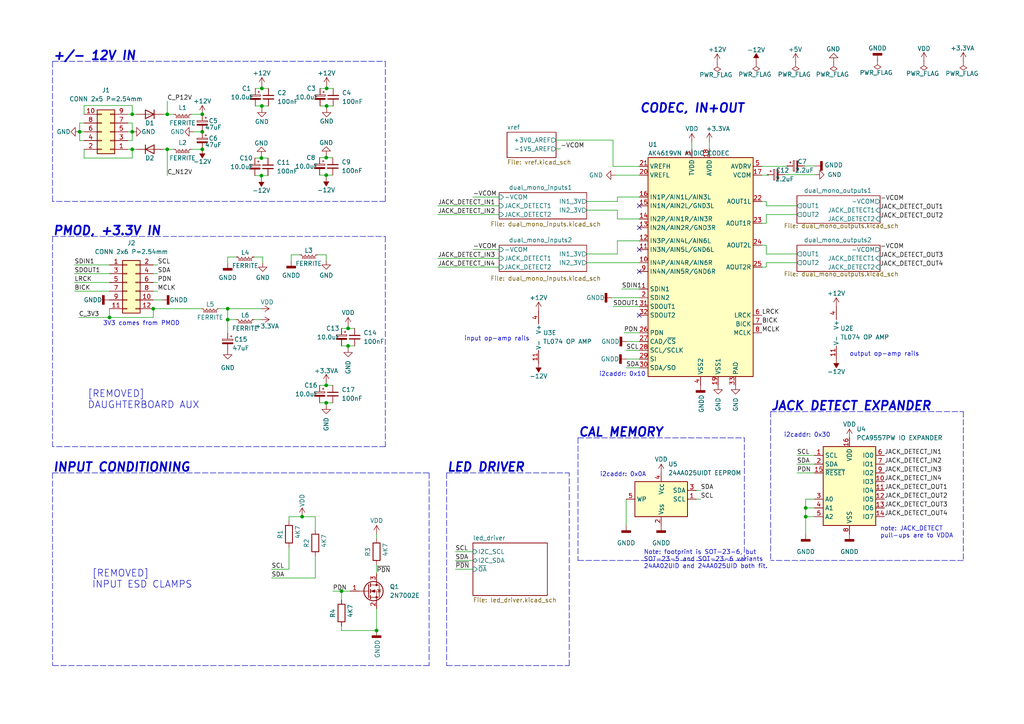
<source format=kicad_sch>
(kicad_sch (version 20211123) (generator eeschema)
  (paper "A4")
  (junction (at 58.674 33.147))
  (junction (at 109.22 182.88))
  (junction (at 100.965 100.33))
  (junction (at 75.946 30.734))
  (junction (at 75.946 25.654))
  (junction (at 48.514 43.307))
  (junction (at 23.114 38.227))
  (junction (at 58.674 43.307))
  (junction (at 100.965 95.25))
  (junction (at 233.68 149.86))
  (junction (at 31.75 92.075))
  (junction (at 38.354 43.307))
  (junction (at 75.819 50.927))
  (junction (at 233.68 147.32))
  (junction (at 99.06 171.45))
  (junction (at 87.63 149.86))
  (junction (at 94.615 50.8))
  (junction (at 94.742 30.734))
  (junction (at 38.354 33.147))
  (junction (at 94.615 111.76))
  (junction (at 94.615 45.72))
  (junction (at 38.354 38.227))
  (junction (at 66.04 92.71))
  (junction (at 75.819 45.847))
  (junction (at 44.45 89.535))
  (junction (at 94.615 116.84))
  (junction (at 66.04 89.535))
  (junction (at 48.514 33.147))
  (junction (at 94.742 25.654))
  (junction (at 58.674 38.227))
  (no_connect (at 185.42 72.39))
  (no_connect (at 185.42 78.74))
  (no_connect (at 185.42 59.69))
  (no_connect (at 185.42 66.04))
  (no_connect (at 185.42 91.44))
  (wire (pts (xy 48.514 43.307) (xy 50.419 43.307)))
  (polyline (pts (xy 111.76 129.54) (xy 15.24 129.54)))
  (wire (pts (xy 83.82 151.13) (xy 83.82 149.86)))
  (wire (pts (xy 66.04 89.535) (xy 75.565 89.535)))
  (wire (pts (xy 38.354 30.607) (xy 24.384 30.607)))
  (wire (pts (xy 44.45 92.075) (xy 44.45 89.535)))
  (wire (pts (xy 66.04 92.71) (xy 68.58 92.71)))
  (wire (pts (xy 94.615 50.8) (xy 96.52 50.8)))
  (polyline (pts (xy 167.64 127) (xy 167.64 162.56)))
  (wire (pts (xy 181.737 104.14) (xy 185.42 104.14)))
  (polyline (pts (xy 279.4 119.38) (xy 279.4 162.56)))
  (wire (pts (xy 37.084 40.767) (xy 38.354 40.767)))
  (wire (pts (xy 179.07 57.15) (xy 185.42 57.15)))
  (wire (pts (xy 73.914 50.927) (xy 75.819 50.927)))
  (wire (pts (xy 99.06 181.61) (xy 99.06 182.88)))
  (polyline (pts (xy 15.24 68.58) (xy 15.24 129.54)))
  (wire (pts (xy 170.18 73.66) (xy 179.07 73.66)))
  (wire (pts (xy 137.16 72.39) (xy 144.78 72.39)))
  (wire (pts (xy 233.68 149.86) (xy 236.22 149.86)))
  (wire (pts (xy 44.45 84.455) (xy 45.72 84.455)))
  (wire (pts (xy 55.499 43.307) (xy 58.674 43.307)))
  (wire (pts (xy 99.06 182.88) (xy 109.22 182.88)))
  (polyline (pts (xy 111.76 58.42) (xy 15.24 58.42)))
  (wire (pts (xy 170.18 76.2) (xy 185.42 76.2)))
  (wire (pts (xy 137.16 57.15) (xy 144.78 57.15)))
  (wire (pts (xy 94.615 116.84) (xy 96.52 116.84)))
  (polyline (pts (xy 223.52 119.38) (xy 279.4 119.38)))
  (wire (pts (xy 47.244 33.147) (xy 48.514 33.147)))
  (wire (pts (xy 91.44 149.86) (xy 87.63 149.86)))
  (wire (pts (xy 91.44 153.67) (xy 91.44 149.86)))
  (wire (pts (xy 233.68 147.32) (xy 233.68 144.78)))
  (polyline (pts (xy 223.52 119.38) (xy 223.52 162.56)))
  (wire (pts (xy 127 74.93) (xy 144.78 74.93)))
  (wire (pts (xy 44.45 89.535) (xy 58.42 89.535)))
  (wire (pts (xy 220.98 77.47) (xy 222.25 77.47)))
  (wire (pts (xy 94.615 45.72) (xy 96.52 45.72)))
  (polyline (pts (xy 15.24 137.16) (xy 124.46 137.16)))
  (wire (pts (xy 31.75 92.075) (xy 44.45 92.075)))
  (polyline (pts (xy 129.54 193.04) (xy 165.1 193.04)))
  (wire (pts (xy 38.354 45.847) (xy 24.384 45.847)))
  (wire (pts (xy 231.14 132.08) (xy 236.22 132.08)))
  (wire (pts (xy 109.22 154.94) (xy 109.22 156.21)))
  (wire (pts (xy 38.354 33.147) (xy 39.624 33.147)))
  (wire (pts (xy 99.06 171.45) (xy 99.06 173.99)))
  (polyline (pts (xy 129.54 137.16) (xy 165.1 137.16)))
  (wire (pts (xy 109.22 163.83) (xy 109.22 166.37)))
  (polyline (pts (xy 15.24 137.16) (xy 15.24 193.04)))
  (polyline (pts (xy 15.24 17.78) (xy 17.78 17.78)))
  (wire (pts (xy 94.742 25.019) (xy 94.742 25.654)))
  (wire (pts (xy 38.354 43.307) (xy 38.354 45.847)))
  (wire (pts (xy 99.06 171.45) (xy 101.6 171.45)))
  (polyline (pts (xy 129.54 137.16) (xy 129.54 193.04)))
  (wire (pts (xy 22.86 92.075) (xy 31.75 92.075)))
  (wire (pts (xy 21.59 84.455) (xy 31.75 84.455)))
  (wire (pts (xy 75.946 25.019) (xy 75.946 25.654)))
  (wire (pts (xy 222.25 64.77) (xy 222.25 62.23)))
  (wire (pts (xy 92.71 50.8) (xy 94.615 50.8)))
  (polyline (pts (xy 124.46 137.16) (xy 124.46 193.04)))
  (wire (pts (xy 201.93 142.24) (xy 203.2 142.24)))
  (wire (pts (xy 66.04 74.549) (xy 66.04 76.327)))
  (wire (pts (xy 75.946 30.734) (xy 75.946 31.369)))
  (polyline (pts (xy 111.76 17.78) (xy 111.76 58.42)))
  (wire (pts (xy 21.59 79.375) (xy 31.75 79.375)))
  (wire (pts (xy 37.084 38.227) (xy 38.354 38.227)))
  (wire (pts (xy 220.98 58.42) (xy 222.25 58.42)))
  (wire (pts (xy 75.946 25.654) (xy 77.851 25.654)))
  (wire (pts (xy 200.66 41.275) (xy 200.66 43.18)))
  (wire (pts (xy 177.546 86.36) (xy 185.42 86.36)))
  (wire (pts (xy 233.68 154.94) (xy 233.68 149.86)))
  (wire (pts (xy 75.819 50.927) (xy 77.724 50.927)))
  (wire (pts (xy 127 77.47) (xy 144.78 77.47)))
  (wire (pts (xy 222.25 58.42) (xy 222.25 59.69)))
  (wire (pts (xy 38.354 38.227) (xy 38.354 40.767)))
  (wire (pts (xy 180.34 83.82) (xy 185.42 83.82)))
  (wire (pts (xy 48.514 33.147) (xy 50.419 33.147)))
  (wire (pts (xy 38.354 33.147) (xy 38.354 30.607)))
  (wire (pts (xy 75.819 45.847) (xy 77.724 45.847)))
  (wire (pts (xy 38.354 35.687) (xy 38.354 38.227)))
  (wire (pts (xy 220.98 64.77) (xy 222.25 64.77)))
  (wire (pts (xy 181.61 144.78) (xy 181.61 152.4)))
  (polyline (pts (xy 15.24 58.42) (xy 15.24 17.78)))
  (wire (pts (xy 222.25 71.12) (xy 222.25 73.66)))
  (wire (pts (xy 83.82 149.86) (xy 87.63 149.86)))
  (polyline (pts (xy 124.46 193.04) (xy 15.24 193.04)))
  (wire (pts (xy 94.615 50.8) (xy 94.615 51.435)))
  (wire (pts (xy 63.5 89.535) (xy 66.04 89.535)))
  (wire (pts (xy 94.742 30.734) (xy 96.647 30.734)))
  (wire (pts (xy 91.44 161.29) (xy 91.44 167.64)))
  (wire (pts (xy 99.06 100.33) (xy 100.965 100.33)))
  (wire (pts (xy 109.22 176.53) (xy 109.22 182.88)))
  (wire (pts (xy 127 59.69) (xy 144.78 59.69)))
  (wire (pts (xy 74.041 30.734) (xy 75.946 30.734)))
  (wire (pts (xy 179.07 58.42) (xy 179.07 57.15)))
  (wire (pts (xy 222.25 62.23) (xy 231.14 62.23)))
  (wire (pts (xy 73.66 92.71) (xy 75.565 92.71)))
  (wire (pts (xy 231.14 137.16) (xy 236.22 137.16)))
  (wire (pts (xy 228.6 48.26) (xy 228.219 48.133)))
  (wire (pts (xy 94.742 30.734) (xy 94.742 31.369)))
  (wire (pts (xy 47.244 43.307) (xy 48.514 43.307)))
  (wire (pts (xy 181.61 101.6) (xy 185.42 101.6)))
  (polyline (pts (xy 165.1 193.04) (xy 165.1 137.16)))
  (wire (pts (xy 94.615 116.84) (xy 94.615 117.475)))
  (wire (pts (xy 222.885 50.8) (xy 222.504 50.673)))
  (wire (pts (xy 233.68 147.32) (xy 236.22 147.32)))
  (wire (pts (xy 73.66 74.549) (xy 76.2 74.549)))
  (wire (pts (xy 24.384 45.847) (xy 24.384 43.307)))
  (wire (pts (xy 48.514 43.307) (xy 48.514 50.927)))
  (wire (pts (xy 92.71 116.84) (xy 94.615 116.84)))
  (wire (pts (xy 179.07 69.85) (xy 185.42 69.85)))
  (wire (pts (xy 24.384 30.607) (xy 24.384 33.147)))
  (wire (pts (xy 170.18 58.42) (xy 179.07 58.42)))
  (wire (pts (xy 100.965 100.33) (xy 100.965 100.965)))
  (wire (pts (xy 44.45 79.375) (xy 45.72 79.375)))
  (wire (pts (xy 96.52 171.45) (xy 99.06 171.45)))
  (wire (pts (xy 84.455 73.914) (xy 86.995 73.914)))
  (wire (pts (xy 31.75 89.535) (xy 31.75 92.075)))
  (wire (pts (xy 99.06 95.25) (xy 100.965 95.25)))
  (polyline (pts (xy 279.4 162.56) (xy 223.52 162.56)))
  (wire (pts (xy 56.134 38.227) (xy 58.674 38.227)))
  (wire (pts (xy 37.084 35.687) (xy 38.354 35.687)))
  (polyline (pts (xy 167.64 162.56) (xy 215.9 162.56)))
  (wire (pts (xy 100.965 95.25) (xy 102.87 95.25)))
  (wire (pts (xy 92.71 45.72) (xy 94.615 45.72)))
  (wire (pts (xy 132.08 160.02) (xy 137.16 160.02)))
  (wire (pts (xy 66.04 89.535) (xy 66.04 92.71)))
  (wire (pts (xy 181.864 99.06) (xy 185.42 99.06)))
  (wire (pts (xy 21.59 76.835) (xy 31.75 76.835)))
  (wire (pts (xy 132.08 162.56) (xy 137.16 162.56)))
  (wire (pts (xy 94.615 75.565) (xy 94.615 73.914)))
  (wire (pts (xy 181.61 106.68) (xy 185.42 106.68)))
  (wire (pts (xy 227.584 50.673) (xy 236.474 50.673)))
  (polyline (pts (xy 111.76 68.58) (xy 111.76 129.54)))
  (wire (pts (xy 76.2 76.2) (xy 76.2 74.549)))
  (wire (pts (xy 185.42 48.26) (xy 177.8 48.26)))
  (polyline (pts (xy 17.78 17.78) (xy 111.76 17.78)))
  (wire (pts (xy 180.975 96.52) (xy 185.42 96.52)))
  (wire (pts (xy 100.965 100.33) (xy 102.87 100.33)))
  (wire (pts (xy 75.819 45.212) (xy 75.819 45.847)))
  (wire (pts (xy 73.914 45.847) (xy 75.819 45.847)))
  (wire (pts (xy 179.07 63.5) (xy 185.42 63.5)))
  (wire (pts (xy 94.615 45.085) (xy 94.615 45.72)))
  (wire (pts (xy 222.25 59.69) (xy 231.14 59.69)))
  (wire (pts (xy 48.514 29.337) (xy 48.514 33.147)))
  (wire (pts (xy 23.114 38.227) (xy 24.384 38.227)))
  (wire (pts (xy 83.82 158.75) (xy 83.82 165.1)))
  (wire (pts (xy 220.98 50.8) (xy 222.885 50.8)))
  (wire (pts (xy 92.075 73.914) (xy 94.615 73.914)))
  (wire (pts (xy 38.354 43.307) (xy 39.624 43.307)))
  (wire (pts (xy 132.08 165.1) (xy 137.16 165.1)))
  (wire (pts (xy 94.615 111.125) (xy 94.615 111.76)))
  (wire (pts (xy 233.299 48.133) (xy 236.474 48.133)))
  (wire (pts (xy 84.455 73.914) (xy 84.455 75.692)))
  (wire (pts (xy 44.45 76.835) (xy 45.72 76.835)))
  (wire (pts (xy 177.8 88.9) (xy 185.42 88.9)))
  (wire (pts (xy 78.74 167.64) (xy 91.44 167.64)))
  (wire (pts (xy 94.615 111.76) (xy 96.52 111.76)))
  (wire (pts (xy 24.384 40.767) (xy 23.114 40.767)))
  (wire (pts (xy 44.45 81.915) (xy 45.72 81.915)))
  (wire (pts (xy 78.74 165.1) (xy 83.82 165.1)))
  (wire (pts (xy 75.819 50.927) (xy 75.819 51.562)))
  (wire (pts (xy 201.93 144.78) (xy 203.2 144.78)))
  (wire (pts (xy 55.499 33.147) (xy 58.674 33.147)))
  (wire (pts (xy 21.59 81.915) (xy 31.75 81.915)))
  (wire (pts (xy 205.74 41.148) (xy 205.74 43.18)))
  (wire (pts (xy 220.98 48.26) (xy 228.6 48.26)))
  (wire (pts (xy 127 62.23) (xy 144.78 62.23)))
  (wire (pts (xy 179.07 73.66) (xy 179.07 69.85)))
  (wire (pts (xy 37.084 43.307) (xy 38.354 43.307)))
  (wire (pts (xy 177.8 40.64) (xy 161.29 40.64)))
  (wire (pts (xy 44.45 86.995) (xy 46.99 86.995)))
  (wire (pts (xy 100.965 94.615) (xy 100.965 95.25)))
  (wire (pts (xy 231.14 134.62) (xy 236.22 134.62)))
  (polyline (pts (xy 15.24 68.58) (xy 111.76 68.58)))
  (wire (pts (xy 66.04 74.549) (xy 68.58 74.549)))
  (wire (pts (xy 233.68 149.86) (xy 233.68 147.32)))
  (wire (pts (xy 161.29 43.18) (xy 162.56 43.18)))
  (wire (pts (xy 23.114 35.687) (xy 24.384 35.687)))
  (wire (pts (xy 37.084 33.147) (xy 38.354 33.147)))
  (wire (pts (xy 94.742 25.654) (xy 96.647 25.654)))
  (wire (pts (xy 92.837 30.734) (xy 94.742 30.734)))
  (polyline (pts (xy 167.64 127) (xy 215.9 127)))
  (wire (pts (xy 233.68 144.78) (xy 236.22 144.78)))
  (wire (pts (xy 179.07 60.96) (xy 179.07 63.5)))
  (wire (pts (xy 178.435 50.8) (xy 185.42 50.8)))
  (wire (pts (xy 75.946 30.734) (xy 77.851 30.734)))
  (wire (pts (xy 220.98 71.12) (xy 222.25 71.12)))
  (wire (pts (xy 23.114 38.227) (xy 23.114 35.687)))
  (wire (pts (xy 92.837 25.654) (xy 94.742 25.654)))
  (wire (pts (xy 23.114 40.767) (xy 23.114 38.227)))
  (wire (pts (xy 222.25 77.47) (xy 222.25 76.2)))
  (polyline (pts (xy 215.9 162.56) (xy 215.9 127)))
  (wire (pts (xy 74.041 25.654) (xy 75.946 25.654)))
  (wire (pts (xy 170.18 60.96) (xy 179.07 60.96)))
  (wire (pts (xy 92.71 111.76) (xy 94.615 111.76)))
  (wire (pts (xy 222.25 73.66) (xy 231.14 73.66)))
  (wire (pts (xy 222.25 76.2) (xy 231.14 76.2)))
  (wire (pts (xy 177.8 48.26) (xy 177.8 40.64)))
  (wire (pts (xy 66.04 92.71) (xy 66.04 96.52)))
  (text "CAL MEMORY" (at 167.64 127 0) (effects (font (size 2.54 2.54) (thickness 0.508) bold italic) (justify left bottom)))
  (text "Note: footprint is SOT-23-6, but\nSOT-23-5 and SOT-23-6 variants\n24AA02UID and 24AA025UID both fit." (at 186.69 165.1 0) (effects (font (size 1.27 1.27)) (justify left bottom)))
  (text "i2caddr: 0x10" (at 173.736 109.347 0) (effects (font (size 1.27 1.27)) (justify left bottom)))
  (text "INPUT CONDITIONING" (at 15.24 137.16 0) (effects (font (size 2.54 2.54) (thickness 0.508) bold italic) (justify left bottom)))
  (text "[REMOVED]\nDAUGHTERBOARD AUX" (at 25.4 118.745 0) (effects (font (size 2 2)) (justify left bottom)))
  (text "+/- 12V IN" (at 15.24 17.78 0) (effects (font (size 2.54 2.54) (thickness 0.508) bold italic) (justify left bottom)))
  (text "i2caddr: 0x30" (at 227.33 127 0) (effects (font (size 1.27 1.27)) (justify left bottom)))
  (text "input op-amp rails" (at 134.62 99.06 0) (effects (font (size 1.27 1.27)) (justify left bottom)))
  (text "PMOD, +3.3V IN" (at 15.24 68.58 0) (effects (font (size 2.54 2.54) (thickness 0.508) bold italic) (justify left bottom)))
  (text "[REMOVED]\nINPUT ESD CLAMPS" (at 26.67 170.815 0) (effects (font (size 2 2)) (justify left bottom)))
  (text "note: JACK_DETECT\npull-ups are to VDDA" (at 255.27 156.21 0) (effects (font (size 1.27 1.27)) (justify left bottom)))
  (text "JACK DETECT EXPANDER" (at 223.52 119.38 0) (effects (font (size 2.54 2.54) (thickness 0.508) bold italic) (justify left bottom)))
  (text "LED DRIVER" (at 129.54 137.16 0) (effects (font (size 2.54 2.54) (thickness 0.508) bold italic) (justify left bottom)))
  (text "3V3 comes from PMOD" (at 29.845 94.615 0) (effects (font (size 1.27 1.27)) (justify left bottom)))
  (text "output op-amp rails" (at 246.38 103.505 0) (effects (font (size 1.27 1.27)) (justify left bottom)))
  (text "CODEC, IN+OUT" (at 185.42 33.02 0) (effects (font (size 2.54 2.54) (thickness 0.508) bold italic) (justify left bottom)))
  (text "i2caddr: 0x0A" (at 173.99 138.43 0) (effects (font (size 1.27 1.27)) (justify left bottom)))
  (label "JACK_DETECT_OUT1" (at 256.54 142.24 0))
  (label "-VCOM" (at 137.16 57.15 0))
  (label "C_P12V" (at 48.514 29.337 0))
  (label "~{PDN}" (at 109.22 166.37 0))
  (label "SDA" (at 231.14 134.62 0))
  (label "BICK" (at 220.98 93.98 0))
  (label "JACK_DETECT_IN4" (at 256.54 139.7 0))
  (label "-VCOM" (at 162.56 43.18 0))
  (label "JACK_DETECT_OUT1" (at 255.27 60.96 0))
  (label "SDIN1" (at 21.59 76.835 0))
  (label "PDN" (at 45.72 81.915 0))
  (label "SDOUT1" (at 177.8 88.9 0))
  (label "-VCOM" (at 255.27 72.39 0))
  (label "C_3V3" (at 22.86 92.075 0))
  (label "LRCK" (at 220.98 91.44 0))
  (label "SCL" (at 78.74 165.1 0))
  (label "PDN" (at 180.975 96.52 0))
  (label "MCLK" (at 220.98 96.52 0))
  (label "JACK_DETECT_IN3" (at 127 74.93 0))
  (label "-VCOM" (at 255.27 58.42 0))
  (label "JACK_DETECT_OUT3" (at 255.27 74.93 0))
  (label "SCL" (at 45.72 76.835 0))
  (label "C_N12V" (at 48.514 50.927 0))
  (label "SDA" (at 181.61 106.68 0))
  (label "JACK_DETECT_IN4" (at 127 77.47 0))
  (label "SCL" (at 203.2 144.78 0))
  (label "JACK_DETECT_IN1" (at 256.54 132.08 0))
  (label "JACK_DETECT_IN2" (at 127 62.23 0))
  (label "JACK_DETECT_OUT3" (at 256.54 147.32 0))
  (label "JACK_DETECT_OUT2" (at 256.54 144.78 0))
  (label "SDIN1" (at 180.34 83.82 0))
  (label "-VCOM" (at 137.16 72.39 0))
  (label "SCL" (at 231.14 132.08 0))
  (label "PDN" (at 96.52 171.45 0))
  (label "MCLK" (at 45.72 84.455 0))
  (label "BICK" (at 21.59 84.455 0))
  (label "SCL" (at 181.61 101.6 0))
  (label "SDA" (at 78.74 167.64 0))
  (label "SCL" (at 132.08 160.02 0))
  (label "SDA" (at 132.08 162.56 0))
  (label "LRCK" (at 21.59 81.915 0))
  (label "JACK_DETECT_OUT4" (at 256.54 149.86 0))
  (label "JACK_DETECT_OUT2" (at 255.27 63.5 0))
  (label "JACK_DETECT_IN2" (at 256.54 134.62 0))
  (label "SDA" (at 203.2 142.24 0))
  (label "JACK_DETECT_OUT4" (at 255.27 77.47 0))
  (label "SDA" (at 45.72 79.375 0))
  (label "JACK_DETECT_IN3" (at 256.54 137.16 0))
  (label "PDN" (at 231.14 137.16 0))
  (label "JACK_DETECT_IN1" (at 127 59.69 0))
  (label "~{PDN}" (at 132.08 165.1 0))
  (label "SDOUT1" (at 21.59 79.375 0))
  (symbol (lib_id "power:+3.3VA") (at 94.615 111.125 0) (unit 1)
    (property "Reference" "#PWR044" (effects hide))
    (property "Value" "+3.3VA" (at 94.615 107.569 0))
  )
  (symbol (lib_id "power:GNDD") (at 254.508 17.526 180) (unit 1)
    (property "Reference" "#PWR01" (effects hide))
    (property "Value" "GNDD" (at 254.508 13.97 0))
  )
  (symbol (lib_id "Diode:US1G") (at 43.434 33.147 180) (unit 1)
    (property "Reference" "D1" (at 43.434 35.687 0))
    (property "Value" "1N4007FL" (effects hide))
    (property "Footprint" "Diode_SMD:D_SOD-123F" (effects hide))
    (property "Datasheet" "https://www.diodes.com/assets/Datasheets/ds16008.pdf" (effects hide))
    (property "dig#" "1655-1N4007FLCT-ND" (effects hide))
    (property "mfg#" "1N4007FL" (effects hide))
    (property "lcsc#" "C2840959" (effects hide))
  )
  (symbol (lib_id "Device:C_Polarized_Small") (at 230.759 48.133 90) (mirror x) (unit 1)
    (property "Reference" "C7" (at 232.664 46.863 90))
    (property "Value" "2.2uF" (at 233.299 49.403 90))
    (property "Footprint" "Capacitor_Tantalum_SMD:CP_EIA-3216-10_Kemet-I" (effects hide))
    (property "Datasheet" "https://datasheet.lcsc.com/lcsc/1810252220_KEMET-T491A106K016AT_C110055.pdf" (effects hide))
    (property "dig#" "399-8276-1-ND" (effects hide))
    (property "mfg#" "T491A225K016AT" (effects hide))
    (property "lcsc#" "C117025" (effects hide))
  )
  (symbol (lib_id "power:PWR_FLAG") (at 241.808 18.034 180) (unit 1)
    (property "Reference" "#FLG06" (effects hide))
    (property "Value" "PWR_FLAG" (at 241.427 21.59 0))
  )
  (symbol (lib_id "Device:C_Polarized_Small") (at 92.71 48.26 0) (mirror y) (unit 1)
    (property "Reference" "C8" (at 90.17 45.72 0))
    (property "Value" "10.0uF" (at 88.9 48.26 0))
    (property "Footprint" "Capacitor_Tantalum_SMD:CP_EIA-3216-10_Kemet-I" (effects hide))
    (property "Datasheet" "https://datasheet.lcsc.com/lcsc/1810252220_KEMET-T491A106K016AT_C110055.pdf" (effects hide))
    (property "dig#" "399-18019-1-ND" (effects hide))
    (property "mfg#" "T491A106K016AT" (effects hide))
    (property "lcsc#" "C110055" (effects hide))
  )
  (symbol (lib_id "power:PWR_FLAG") (at 279.4 17.78 180) (unit 1)
    (property "Reference" "#FLG03" (effects hide))
    (property "Value" "PWR_FLAG" (at 279.019 21.336 0))
  )
  (symbol (lib_id "Device:C_Polarized_Small") (at 225.044 50.673 90) (mirror x) (unit 1)
    (property "Reference" "C12" (at 226.949 49.403 90))
    (property "Value" "2.2uF" (at 227.584 51.943 90))
    (property "Footprint" "Capacitor_Tantalum_SMD:CP_EIA-3216-10_Kemet-I" (effects hide))
    (property "Datasheet" "https://datasheet.lcsc.com/lcsc/1810252220_KEMET-T491A106K016AT_C110055.pdf" (effects hide))
    (property "dig#" "399-8276-1-ND" (effects hide))
    (property "mfg#" "T491A225K016AT" (effects hide))
    (property "lcsc#" "C117025" (effects hide))
  )
  (symbol (lib_id "power:+3.3VA") (at 75.565 92.71 270) (unit 1)
    (property "Reference" "#PWR036" (effects hide))
    (property "Value" "+3.3VA" (at 77.47 94.615 90))
  )
  (symbol (lib_id "Device:C_Small") (at 77.851 28.194 0) (unit 1)
    (property "Reference" "C2" (at 80.391 26.9302 0) (effects (justify left)))
    (property "Value" "100nF" (at 80.391 29.4702 0) (effects (justify left)))
    (property "Footprint" "Capacitor_SMD:C_0603_1608Metric" (effects hide))
    (property "Datasheet" "https://datasheet.lcsc.com/lcsc/1912111437_TDK-C1608X7R1E104KT000N_C338036.pdf" (effects hide))
    (property "lcsc#" "C338036" (effects hide))
    (property "mfg#" "C1608X7R1E104KT000N" (effects hide))
  )
  (symbol (lib_id "power:-12V") (at 156.21 105.41 180) (unit 1)
    (property "Reference" "#PWR043" (effects hide))
    (property "Value" "-12V" (at 153.543 109.093 0) (effects (justify right)))
  )
  (symbol (lib_id "power:GND") (at 76.2 76.2 0) (unit 1)
    (property "Reference" "#PWR028" (effects hide))
    (property "Value" "GND" (at 74.168 80.518 0) (effects (justify left)))
  )
  (symbol (lib_id "Device:C_Polarized_Small") (at 99.06 97.79 0) (mirror y) (unit 1)
    (property "Reference" "C13" (at 96.52 95.25 0))
    (property "Value" "10.0uF" (at 95.25 97.79 0))
    (property "Footprint" "Capacitor_Tantalum_SMD:CP_EIA-3216-10_Kemet-I" (effects hide))
    (property "Datasheet" "https://datasheet.lcsc.com/lcsc/1810252220_KEMET-T491A106K016AT_C110055.pdf" (effects hide))
    (property "dig#" "399-18019-1-ND" (effects hide))
    (property "mfg#" "T491A106K016AT" (effects hide))
    (property "lcsc#" "C110055" (effects hide))
  )
  (symbol (lib_id "power:PWR_FLAG") (at 254.508 17.526 180) (unit 1)
    (property "Reference" "#FLG01" (effects hide))
    (property "Value" "PWR_FLAG" (at 254.127 21.082 0))
  )
  (symbol (lib_id "Device:C_Polarized_Small") (at 66.04 99.06 0) (mirror y) (unit 1)
    (property "Reference" "C15" (at 69.85 98.425 0))
    (property "Value" "47uF" (at 69.85 100.965 0))
    (property "Footprint" "Capacitor_SMD:CP_Elec_6.3x5.4" (effects hide))
    (property "Datasheet" "https://datasheet.lcsc.com/lcsc/1809050343_Rubycon-25SEV47M6-3X5-5_C88735.pdf" (effects hide))
    (property "mfg#" "25SEV47M6.3X5.5" (effects hide))
    (property "lcsc#" "C88735" (effects hide))
  )
  (symbol (lib_id "power:VDD") (at 200.66 41.275 0) (unit 1)
    (property "Reference" "#PWR017" (effects hide))
    (property "Value" "VDD" (at 200.66 37.338 0))
  )
  (symbol (lib_id "power:GNDD") (at 31.75 86.995 270) (unit 1)
    (property "Reference" "#PWR031" (effects hide))
    (property "Value" "GNDD" (at 26.924 86.995 90))
  )
  (symbol (lib_id "power:GNDD") (at 84.455 75.692 0) (unit 1)
    (property "Reference" "#PWR027" (effects hide))
    (property "Value" "GNDD" (at 84.455 79.883 0))
  )
  (symbol (lib_id "power:GND") (at 94.615 75.565 0) (unit 1)
    (property "Reference" "#PWR026" (effects hide))
    (property "Value" "GND" (at 92.583 79.883 0) (effects (justify left)))
  )
  (symbol (lib_id "power:GNDD") (at 66.04 76.327 0) (unit 1)
    (property "Reference" "#PWR029" (effects hide))
    (property "Value" "GNDD" (at 66.04 80.518 0))
  )
  (symbol (lib_id "Interface_Expansion:PCA9557PW") (at 246.38 139.7 0) (unit 1)
    (property "Reference" "U4" (at 248.3994 124.46 0) (effects (justify left)))
    (property "Value" "PCA9557PW IO EXPANDER" (at 248.3994 127 0) (effects (justify left)))
    (property "Footprint" "Package_SO:TSSOP-16_4.4x5mm_P0.65mm" (effects hide))
    (property "Datasheet" "https://www.nxp.com/docs/en/data-sheet/PCA9557.pdf" (effects hide))
    (property "lcsc#" "C141380" (effects hide))
    (property "dig#" "568-1061-1-ND" (effects hide))
    (property "mfg#" "PCA9557PW,118" (effects hide))
  )
  (symbol (lib_id "power:+3.3VA") (at 279.4 17.78 0) (unit 1)
    (property "Reference" "#PWR03" (effects hide))
    (property "Value" "+3.3VA" (at 279.146 13.97 0))
  )
  (symbol (lib_id "power:+12V") (at 58.674 33.147 0) (unit 1)
    (property "Reference" "#PWR012" (effects hide))
    (property "Value" "+12V" (at 61.341 29.337 0) (effects (justify right)))
  )
  (symbol (lib_id "power:+12V") (at 156.21 90.17 0) (unit 1)
    (property "Reference" "#PWR035" (effects hide))
    (property "Value" "+12V" (at 153.543 86.36 0) (effects (justify left)))
  )
  (symbol (lib_id "power:GNDD") (at 191.77 152.4 0) (unit 1)
    (property "Reference" "#PWR056" (effects hide))
    (property "Value" "GNDD" (at 191.77 157.48 0))
  )
  (symbol (lib_id "Amplifier_Operational:TL074") (at 245.11 96.52 0) (unit 5)
    (property "Reference" "U2" (at 243.713 95.2499 0) (effects (justify left)))
    (property "Value" "TL074 OP AMP" (at 243.713 97.7899 0) (effects (justify left)))
    (property "Footprint" "Package_SO:SOIC-14_3.9x8.7mm_P1.27mm" (effects hide))
    (property "Datasheet" "http://www.ti.com/lit/ds/symlink/tl071.pdf" (effects hide))
    (property "dig#" "497-2204-1-ND" (effects hide))
    (property "mfg#" "TL074CDT" (effects hide))
    (property "lcsc#" "C6963" (effects hide))
  )
  (symbol (lib_id "power:VDD") (at 246.38 127 0) (unit 1)
    (property "Reference" "#PWR052" (effects hide))
    (property "Value" "VDD" (at 246.38 123.063 0))
  )
  (symbol (lib_id "power:GND") (at 94.615 117.475 0) (unit 1)
    (property "Reference" "#PWR048" (effects hide))
    (property "Value" "GND" (at 94.615 125.095 90) (effects (justify left)))
  )
  (symbol (lib_id "power:GND") (at 66.04 101.6 0) (unit 1)
    (property "Reference" "#PWR040" (effects hide))
    (property "Value" "GND" (at 66.04 106.68 0))
  )
  (symbol (lib_id "Diode:US1G") (at 43.434 43.307 0) (unit 1)
    (property "Reference" "D2" (at 43.434 45.847 0))
    (property "Value" "1N4007FL" (effects hide))
    (property "Footprint" "Diode_SMD:D_SOD-123F" (effects hide))
    (property "Datasheet" "https://www.diodes.com/assets/Datasheets/ds16008.pdf" (effects hide))
    (property "dig#" "1655-1N4007FLCT-ND" (effects hide))
    (property "mfg#" "1N4007FL" (effects hide))
    (property "lcsc#" "C2840959" (effects hide))
  )
  (symbol (lib_id "power:+12V") (at 208.026 18.161 0) (unit 1)
    (property "Reference" "#PWR07" (effects hide))
    (property "Value" "+12V" (at 210.693 14.351 0) (effects (justify right)))
  )
  (symbol (lib_id "power:GNDD") (at 236.474 48.133 90) (unit 1)
    (property "Reference" "#PWR021" (effects hide))
    (property "Value" "GNDD" (at 241.808 47.879 90))
  )
  (symbol (lib_id "power:PWR_FLAG") (at 267.97 17.78 180) (unit 1)
    (property "Reference" "#FLG02" (effects hide))
    (property "Value" "PWR_FLAG" (at 267.589 21.336 0))
  )
  (symbol (lib_id "power:GND") (at 208.28 111.76 0) (unit 1)
    (property "Reference" "#PWR046" (effects hide))
    (property "Value" "GND" (at 208.28 119.38 90) (effects (justify left)))
  )
  (symbol (lib_id "power:-12V") (at 58.674 43.307 180) (unit 1)
    (property "Reference" "#PWR018" (effects hide))
    (property "Value" "-12V" (at 61.341 46.863 0) (effects (justify left)))
  )
  (symbol (lib_id "power:GND") (at 236.474 50.673 90) (unit 1)
    (property "Reference" "#PWR022" (effects hide))
    (property "Value" "GND" (at 244.094 50.673 90) (effects (justify left)))
  )
  (symbol (lib_id "Device:C_Polarized_Small") (at 58.674 40.767 0) (mirror y) (unit 1)
    (property "Reference" "C6" (at 61.849 40.132 0))
    (property "Value" "47uF" (at 61.849 42.037 0))
    (property "Footprint" "Capacitor_SMD:CP_Elec_6.3x5.4" (effects hide))
    (property "Datasheet" "https://datasheet.lcsc.com/lcsc/1809050343_Rubycon-25SEV47M6-3X5-5_C88735.pdf" (effects hide))
    (property "mfg#" "25SEV47M6.3X5.5" (effects hide))
    (property "lcsc#" "C88735" (effects hide))
  )
  (symbol (lib_id "power:+5V") (at 230.759 18.034 0) (unit 1)
    (property "Reference" "#PWR05" (effects hide))
    (property "Value" "+5V" (at 228.6 14.351 0) (effects (justify left)))
  )
  (symbol (lib_id "Device:C_Small") (at 96.52 48.26 0) (unit 1)
    (property "Reference" "C9" (at 99.06 46.9962 0) (effects (justify left)))
    (property "Value" "100nF" (at 99.06 49.5362 0) (effects (justify left)))
    (property "Footprint" "Capacitor_SMD:C_0603_1608Metric" (effects hide))
    (property "Datasheet" "https://datasheet.lcsc.com/lcsc/1912111437_TDK-C1608X7R1E104KT000N_C338036.pdf" (effects hide))
    (property "lcsc#" "C338036" (effects hide))
    (property "mfg#" "C1608X7R1E104KT000N" (effects hide))
  )
  (symbol (lib_id "power:GNDD") (at 177.546 86.36 270) (unit 1)
    (property "Reference" "#PWR030" (effects hide))
    (property "Value" "GNDD" (at 172.72 86.36 90))
  )
  (symbol (lib_id "Device:L_Ferrite_Small") (at 71.12 74.549 270) (unit 1)
    (property "Reference" "L4" (at 71.12 73.279 90))
    (property "Value" "FERRITE" (at 71.12 77.089 90))
    (property "Footprint" "Inductor_SMD:L_0603_1608Metric" (effects hide))
    (property "Datasheet" "https://datasheet.lcsc.com/lcsc/1810311132_Murata-Electronics-BLM18PG121SN1D_C14709.pdf" (effects hide))
    (property "mfg#" "BLM18PG121SN1D" (effects hide))
    (property "lcsc#" "C14709" (effects hide))
  )
  (symbol (lib_id "power:+12V") (at 94.742 25.019 0) (unit 1)
    (property "Reference" "#PWR09" (effects hide))
    (property "Value" "+12V" (at 92.075 21.209 0) (effects (justify left)))
  )
  (symbol (lib_id "Device:R") (at 91.44 157.48 180) (unit 1)
    (property "Reference" "R2" (at 88.9 156.21 90) (effects (justify left)))
    (property "Value" "4K7" (at 93.98 154.94 90) (effects (justify left)))
    (property "Footprint" "Resistor_SMD:R_0402_1005Metric" (effects hide))
    (property "Datasheet" "https://datasheet.lcsc.com/lcsc/1809041728_YAGEO-RC0402FR-074K7L_C105871.pdf" (effects hide))
    (property "lcsc#" "C105871" (effects hide))
    (property "mfg#" "RC0402FR-074K7L" (effects hide))
  )
  (symbol (lib_id "Device:R") (at 99.06 177.8 180) (unit 1)
    (property "Reference" "R4" (at 96.52 176.53 90) (effects (justify left)))
    (property "Value" "4K7" (at 101.6 175.26 90) (effects (justify left)))
    (property "Footprint" "Resistor_SMD:R_0402_1005Metric" (effects hide))
    (property "Datasheet" "https://datasheet.lcsc.com/lcsc/1809041728_YAGEO-RC0402FR-074K7L_C105871.pdf" (effects hide))
    (property "lcsc#" "C105871" (effects hide))
    (property "mfg#" "RC0402FR-074K7L" (effects hide))
  )
  (symbol (lib_id "power:VDD") (at 267.97 17.78 0) (unit 1)
    (property "Reference" "#PWR02" (effects hide))
    (property "Value" "VDD" (at 267.97 14.097 0))
  )
  (symbol (lib_id "Device:L_Ferrite_Small") (at 60.96 89.535 270) (unit 1)
    (property "Reference" "L5" (at 60.96 88.265 90))
    (property "Value" "FERRITE" (at 60.96 92.075 90))
    (property "Footprint" "Inductor_SMD:L_0603_1608Metric" (effects hide))
    (property "Datasheet" "https://datasheet.lcsc.com/lcsc/1810311132_Murata-Electronics-BLM18PG121SN1D_C14709.pdf" (effects hide))
    (property "mfg#" "BLM18PG121SN1D" (effects hide))
    (property "lcsc#" "C14709" (effects hide))
  )
  (symbol (lib_id "Device:C_Polarized_Small") (at 92.837 28.194 0) (mirror y) (unit 1)
    (property "Reference" "C3" (at 90.297 25.654 0))
    (property "Value" "10.0uF" (at 89.027 28.194 0))
    (property "Footprint" "Capacitor_Tantalum_SMD:CP_EIA-3216-10_Kemet-I" (effects hide))
    (property "Datasheet" "https://datasheet.lcsc.com/lcsc/1810252220_KEMET-T491A106K016AT_C110055.pdf" (effects hide))
    (property "dig#" "399-18019-1-ND" (effects hide))
    (property "mfg#" "T491A106K016AT" (effects hide))
    (property "lcsc#" "C110055" (effects hide))
  )
  (symbol (lib_id "power:GND") (at 241.808 18.034 180) (unit 1)
    (property "Reference" "#PWR06" (effects hide))
    (property "Value" "GND" (at 243.713 14.224 0) (effects (justify left)))
  )
  (symbol (lib_id "power:GND") (at 23.114 38.227 270) (mirror x) (unit 1)
    (property "Reference" "#PWR013" (effects hide))
    (property "Value" "GND" (at 16.383 38.227 90) (effects (justify left)))
  )
  (symbol (lib_id "Device:C_Small") (at 102.87 97.79 0) (unit 1)
    (property "Reference" "C14" (at 105.41 96.5262 0) (effects (justify left)))
    (property "Value" "100nF" (at 105.41 99.0662 0) (effects (justify left)))
    (property "Footprint" "Capacitor_SMD:C_0603_1608Metric" (effects hide))
    (property "Datasheet" "https://datasheet.lcsc.com/lcsc/1912111437_TDK-C1608X7R1E104KT000N_C338036.pdf" (effects hide))
    (property "lcsc#" "C338036" (effects hide))
    (property "mfg#" "C1608X7R1E104KT000N" (effects hide))
  )
  (symbol (lib_id "power:+12V") (at 75.946 25.019 0) (unit 1)
    (property "Reference" "#PWR08" (effects hide))
    (property "Value" "+12V" (at 73.279 21.209 0) (effects (justify left)))
  )
  (symbol (lib_id "power:GND") (at 94.615 45.085 180) (unit 1)
    (property "Reference" "#PWR019" (effects hide))
    (property "Value" "GND" (at 96.647 41.402 0) (effects (justify left)))
  )
  (symbol (lib_id "power:GND") (at 38.354 38.227 90) (mirror x) (unit 1)
    (property "Reference" "#PWR014" (effects hide))
    (property "Value" "GND" (at 45.085 38.227 90) (effects (justify left)))
  )
  (symbol (lib_id "power:GND") (at 75.946 31.369 0) (unit 1)
    (property "Reference" "#PWR010" (effects hide))
    (property "Value" "GND" (at 73.914 35.306 0) (effects (justify left)))
  )
  (symbol (lib_id "power:GND") (at 94.742 31.369 0) (unit 1)
    (property "Reference" "#PWR011" (effects hide))
    (property "Value" "GND" (at 92.71 35.179 0) (effects (justify left)))
  )
  (symbol (lib_id "power:GND") (at 75.819 45.212 180) (unit 1)
    (property "Reference" "#PWR020" (effects hide))
    (property "Value" "GND" (at 77.851 41.529 0) (effects (justify left)))
  )
  (symbol (lib_id "power:GNDD") (at 46.99 86.995 90) (unit 1)
    (property "Reference" "#PWR032" (effects hide))
    (property "Value" "GNDD" (at 51.816 86.995 90))
  )
  (symbol (lib_id "Amplifier_Operational:TL074") (at 158.75 97.79 0) (unit 5)
    (property "Reference" "U3" (at 157.48 96.5199 0) (effects (justify left)))
    (property "Value" "TL074 OP AMP" (at 157.48 99.0599 0) (effects (justify left)))
    (property "Footprint" "Package_SO:SOIC-14_3.9x8.7mm_P1.27mm" (effects hide))
    (property "Datasheet" "http://www.ti.com/lit/ds/symlink/tl071.pdf" (effects hide))
    (property "dig#" "497-2204-1-ND" (effects hide))
    (property "mfg#" "TL074CDT" (effects hide))
    (property "lcsc#" "C6963" (effects hide))
  )
  (symbol (lib_id "power:GNDD") (at 109.22 182.88 0) (unit 1)
    (property "Reference" "#PWR061" (effects hide))
    (property "Value" "GNDD" (at 109.474 188.214 90))
  )
  (symbol (lib_id "Device:C_Polarized_Small") (at 92.71 114.3 0) (mirror y) (unit 1)
    (property "Reference" "C16" (at 90.17 111.76 0))
    (property "Value" "10.0uF" (at 88.9 114.3 0))
    (property "Footprint" "Capacitor_Tantalum_SMD:CP_EIA-3216-10_Kemet-I" (effects hide))
    (property "Datasheet" "https://datasheet.lcsc.com/lcsc/1810252220_KEMET-T491A106K016AT_C110055.pdf" (effects hide))
    (property "dig#" "399-18019-1-ND" (effects hide))
    (property "mfg#" "T491A106K016AT" (effects hide))
    (property "lcsc#" "C110055" (effects hide))
  )
  (symbol (lib_id "Device:R") (at 109.22 160.02 180) (unit 1)
    (property "Reference" "R3" (at 106.68 158.75 90) (effects (justify left)))
    (property "Value" "4K7" (at 111.76 157.48 90) (effects (justify left)))
    (property "Footprint" "Resistor_SMD:R_0402_1005Metric" (effects hide))
    (property "Datasheet" "https://datasheet.lcsc.com/lcsc/1809041728_YAGEO-RC0402FR-074K7L_C105871.pdf" (effects hide))
    (property "lcsc#" "C105871" (effects hide))
    (property "mfg#" "RC0402FR-074K7L" (effects hide))
  )
  (symbol (lib_id "Device:C_Small") (at 96.52 114.3 0) (unit 1)
    (property "Reference" "C17" (at 99.06 113.0362 0) (effects (justify left)))
    (property "Value" "100nF" (at 99.06 115.5762 0) (effects (justify left)))
    (property "Footprint" "Capacitor_SMD:C_0603_1608Metric" (effects hide))
    (property "Datasheet" "https://datasheet.lcsc.com/lcsc/1912111437_TDK-C1608X7R1E104KT000N_C338036.pdf" (effects hide))
    (property "lcsc#" "C338036" (effects hide))
    (property "mfg#" "C1608X7R1E104KT000N" (effects hide))
  )
  (symbol (lib_id "power:GNDD") (at 203.2 111.76 0) (unit 1)
    (property "Reference" "#PWR045" (effects hide))
    (property "Value" "GNDD" (at 203.454 117.094 90))
  )
  (symbol (lib_id "power:GND") (at 56.134 38.227 270) (mirror x) (unit 1)
    (property "Reference" "#PWR015" (effects hide))
    (property "Value" "GND" (at 49.403 38.227 90) (effects (justify left)))
  )
  (symbol (lib_id "power:VDD") (at 87.63 149.86 0) (unit 1)
    (property "Reference" "#PWR054" (effects hide))
    (property "Value" "VDD" (at 87.63 145.161 90))
  )
  (symbol (lib_id "power:-12V") (at 219.329 18.034 0) (unit 1)
    (property "Reference" "#PWR04" (effects hide))
    (property "Value" "-12V" (at 216.662 14.478 0) (effects (justify left)))
  )
  (symbol (lib_id "Device:R") (at 83.82 154.94 180) (unit 1)
    (property "Reference" "R1" (at 81.28 153.67 90) (effects (justify left)))
    (property "Value" "4K7" (at 86.36 152.4 90) (effects (justify left)))
    (property "Footprint" "Resistor_SMD:R_0402_1005Metric" (effects hide))
    (property "Datasheet" "https://datasheet.lcsc.com/lcsc/1809041728_YAGEO-RC0402FR-074K7L_C105871.pdf" (effects hide))
    (property "lcsc#" "C105871" (effects hide))
    (property "mfg#" "RC0402FR-074K7L" (effects hide))
  )
  (symbol (lib_id "power:PWR_FLAG") (at 208.026 18.161 180) (unit 1)
    (property "Reference" "#FLG07" (effects hide))
    (property "Value" "PWR_FLAG" (at 207.645 21.717 0))
  )
  (symbol (lib_id "power:VDD") (at 100.965 94.615 0) (unit 1)
    (property "Reference" "#PWR037" (effects hide))
    (property "Value" "VDD" (at 100.965 90.678 0))
  )
  (symbol (lib_id "Device:L_Ferrite_Small") (at 71.12 92.71 270) (unit 1)
    (property "Reference" "L6" (at 71.12 91.44 90))
    (property "Value" "FERRITE" (at 71.12 95.25 90))
    (property "Footprint" "Inductor_SMD:L_0603_1608Metric" (effects hide))
    (property "Datasheet" "https://datasheet.lcsc.com/lcsc/1810311132_Murata-Electronics-BLM18PG121SN1D_C14709.pdf" (effects hide))
    (property "mfg#" "BLM18PG121SN1D" (effects hide))
    (property "lcsc#" "C14709" (effects hide))
  )
  (symbol (lib_id "ak_codec_ics:AK4619VN") (at 203.2 83.82 0) (unit 1)
    (property "Reference" "U1" (at 187.96 41.91 0) (effects (justify left)))
    (property "Value" "AK4619VN AUDIO CODEC" (at 187.96 44.45 0) (effects (justify left)))
    (property "Footprint" "Package_DFN_QFN:QFN-32-1EP_5x5mm_P0.5mm_EP3.7x3.7mm_ThermalVias" (effects hide))
    (property "Datasheet" "https://www.akm.com/content/dam/documents/products/audio/audio-codec/ak4619vn/ak4619vn-en-datasheet.pdf" (effects hide))
    (property "mfg#" "AK4619VN" (effects hide))
    (property "dig#" "974-AK4619VNCT-ND" (effects hide))
  )
  (symbol (lib_id "power:+3.3VA") (at 205.74 41.148 0) (unit 1)
    (property "Reference" "#PWR016" (effects hide))
    (property "Value" "+3.3VA" (at 208.28 37.338 0))
  )
  (symbol (lib_id "power:-12V") (at 75.819 51.562 180) (unit 1)
    (property "Reference" "#PWR025" (effects hide))
    (property "Value" "-12V" (at 73.152 55.245 0) (effects (justify right)))
  )
  (symbol (lib_id "power:GNDD") (at 246.38 154.94 0) (unit 1)
    (property "Reference" "#PWR059" (effects hide))
    (property "Value" "GNDD" (at 246.38 160.02 0))
  )
  (symbol (lib_id "power:VDD") (at 191.77 137.16 0) (unit 1)
    (property "Reference" "#PWR053" (effects hide))
    (property "Value" "VDD" (at 191.77 133.223 0))
  )
  (symbol (lib_id "Device:L_Ferrite_Small") (at 52.959 43.307 270) (unit 1)
    (property "Reference" "L2" (at 52.959 41.402 90))
    (property "Value" "FERRITE" (at 52.959 45.847 90))
    (property "Footprint" "Inductor_SMD:L_0603_1608Metric" (effects hide))
    (property "Datasheet" "https://datasheet.lcsc.com/lcsc/1810311132_Murata-Electronics-BLM18PG121SN1D_C14709.pdf" (effects hide))
    (property "mfg#" "BLM18PG121SN1D" (effects hide))
    (property "lcsc#" "C14709" (effects hide))
  )
  (symbol (lib_id "power:GNDD") (at 233.68 154.94 0) (unit 1)
    (property "Reference" "#PWR058" (effects hide))
    (property "Value" "GNDD" (at 233.68 160.02 0))
  )
  (symbol (lib_id "power:VDD") (at 75.565 89.535 270) (unit 1)
    (property "Reference" "#PWR034" (effects hide))
    (property "Value" "VDD" (at 77.47 87.63 90))
  )
  (symbol (lib_id "Device:C_Polarized_Small") (at 74.041 28.194 0) (mirror y) (unit 1)
    (property "Reference" "C1" (at 71.501 25.654 0))
    (property "Value" "10.0uF" (at 70.231 28.194 0))
    (property "Footprint" "Capacitor_Tantalum_SMD:CP_EIA-3216-10_Kemet-I" (effects hide))
    (property "Datasheet" "https://datasheet.lcsc.com/lcsc/1810252220_KEMET-T491A106K016AT_C110055.pdf" (effects hide))
    (property "dig#" "399-18019-1-ND" (effects hide))
    (property "mfg#" "T491A106K016AT" (effects hide))
    (property "lcsc#" "C110055" (effects hide))
  )
  (symbol (lib_id "power:GND") (at 178.435 50.8 270) (unit 1)
    (property "Reference" "#PWR023" (effects hide))
    (property "Value" "GND" (at 170.815 50.8 90) (effects (justify left)))
  )
  (symbol (lib_id "power:-12V") (at 94.615 51.435 180) (unit 1)
    (property "Reference" "#PWR024" (effects hide))
    (property "Value" "-12V" (at 91.948 55.118 0) (effects (justify right)))
  )
  (symbol (lib_id "power:VDD") (at 109.22 154.94 0) (unit 1)
    (property "Reference" "#PWR057" (effects hide))
    (property "Value" "VDD" (at 109.22 151.003 0))
  )
  (symbol (lib_id "power:+12V") (at 242.57 88.9 0) (unit 1)
    (property "Reference" "#PWR033" (effects hide))
    (property "Value" "+12V" (at 239.903 85.09 0) (effects (justify left)))
  )
  (symbol (lib_id "Transistor_FET:2N7002E") (at 106.68 171.45 0) (unit 1)
    (property "Reference" "Q1" (at 113.03 170.1799 0) (effects (justify left)))
    (property "Value" "2N7002E" (at 113.03 172.7199 0) (effects (justify left)))
    (property "Footprint" "Package_TO_SOT_SMD:SOT-23" (effects hide))
    (property "Datasheet" "http://www.diodes.com/assets/Datasheets/ds30376.pdf" (effects hide))
    (property "dig#" "2N7002ET1GOSCT-ND" (effects hide))
    (property "lcsc#" "C71533" (effects hide))
    (property "mfg#" "2N7002ET1G" (effects hide))
  )
  (symbol (lib_id "power:GND") (at 100.965 100.965 0) (unit 1)
    (property "Reference" "#PWR039" (effects hide))
    (property "Value" "GND" (at 100.965 108.585 90) (effects (justify left)))
  )
  (symbol (lib_id "power:GNDD") (at 181.737 104.14 270) (unit 1)
    (property "Reference" "#PWR041" (effects hide))
    (property "Value" "GNDD" (at 176.911 104.14 90))
  )
  (symbol (lib_id "power:PWR_FLAG") (at 219.329 18.034 180) (unit 1)
    (property "Reference" "#FLG04" (effects hide))
    (property "Value" "PWR_FLAG" (at 218.948 21.59 0))
  )
  (symbol (lib_id "power:-12V") (at 242.57 104.14 180) (unit 1)
    (property "Reference" "#PWR042" (effects hide))
    (property "Value" "-12V" (at 239.903 107.823 0) (effects (justify right)))
  )
  (symbol (lib_id "power:GND") (at 213.36 111.76 0) (unit 1)
    (property "Reference" "#PWR047" (effects hide))
    (property "Value" "GND" (at 213.36 119.38 90) (effects (justify left)))
  )
  (symbol (lib_id "Connector_Generic:Conn_02x05_Odd_Even") (at 32.004 38.227 180) (unit 1)
    (property "Reference" "J1" (at 30.734 26.162 0))
    (property "Value" "CONN 2x5 P=2.54mm" (at 30.734 28.702 0))
    (property "Footprint" "Connector_PinHeader_2.54mm:PinHeader_2x05_P2.54mm_Horizontal" (effects hide))
    (property "lcsc#" "C492433" (effects hide))
    (property "mfg#" "PZ254R-12-10P" (effects hide))
  )
  (symbol (lib_id "Device:L_Ferrite_Small") (at 89.535 73.914 270) (unit 1)
    (property "Reference" "L3" (at 89.535 72.644 90))
    (property "Value" "FERRITE" (at 89.535 76.454 90))
    (property "Footprint" "Inductor_SMD:L_0603_1608Metric" (effects hide))
    (property "Datasheet" "https://datasheet.lcsc.com/lcsc/1810311132_Murata-Electronics-BLM18PG121SN1D_C14709.pdf" (effects hide))
    (property "mfg#" "BLM18PG121SN1D" (effects hide))
    (property "lcsc#" "C14709" (effects hide))
  )
  (symbol (lib_id "Device:C_Small") (at 96.647 28.194 0) (unit 1)
    (property "Reference" "C4" (at 99.187 26.9302 0) (effects (justify left)))
    (property "Value" "100nF" (at 99.187 29.4702 0) (effects (justify left)))
    (property "Footprint" "Capacitor_SMD:C_0603_1608Metric" (effects hide))
    (property "Datasheet" "https://datasheet.lcsc.com/lcsc/1912111437_TDK-C1608X7R1E104KT000N_C338036.pdf" (effects hide))
    (property "lcsc#" "C338036" (effects hide))
    (property "mfg#" "C1608X7R1E104KT000N" (effects hide))
  )
  (symbol (lib_id "power:PWR_FLAG") (at 230.759 18.034 180) (unit 1)
    (property "Reference" "#FLG05" (effects hide))
    (property "Value" "PWR_FLAG" (at 230.378 21.59 0))
  )
  (symbol (lib_id "Device:L_Ferrite_Small") (at 52.959 33.147 270) (unit 1)
    (property "Reference" "L1" (at 52.959 31.242 90))
    (property "Value" "FERRITE" (at 52.959 35.687 90))
    (property "Footprint" "Inductor_SMD:L_0603_1608Metric" (effects hide))
    (property "Datasheet" "https://datasheet.lcsc.com/lcsc/1810311132_Murata-Electronics-BLM18PG121SN1D_C14709.pdf" (effects hide))
    (property "mfg#" "BLM18PG121SN1D" (effects hide))
    (property "lcsc#" "C14709" (effects hide))
  )
  (symbol (lib_id "Device:C_Polarized_Small") (at 73.914 48.387 0) (mirror y) (unit 1)
    (property "Reference" "C10" (at 71.374 45.847 0))
    (property "Value" "10.0uF" (at 70.104 48.387 0))
    (property "Footprint" "Capacitor_Tantalum_SMD:CP_EIA-3216-10_Kemet-I" (effects hide))
    (property "Datasheet" "https://datasheet.lcsc.com/lcsc/1810252220_KEMET-T491A106K016AT_C110055.pdf" (effects hide))
    (property "dig#" "399-18019-1-ND" (effects hide))
    (property "mfg#" "T491A106K016AT" (effects hide))
    (property "lcsc#" "C110055" (effects hide))
  )
  (symbol (lib_id "Memory_EEPROM:24AA02-OT") (at 191.77 144.78 0) (unit 1)
    (property "Reference" "U5" (at 193.7894 134.62 0) (effects (justify left)))
    (property "Value" "24AA025UIDT EEPROM" (at 193.7894 137.16 0) (effects (justify left)))
    (property "Footprint" "Package_TO_SOT_SMD:SOT-23-6" (effects hide))
    (property "Datasheet" "https://ww1.microchip.com/downloads/en/DeviceDoc/20005202A.pdf" (effects hide))
    (property "mfg#" "24AA025UIDT-I/OT" (effects hide))
    (property "dig#" "24AA025UIDT-I/OTCT-ND" (effects hide))
    (property "lcsc#" "C2061498" (effects hide))
  )
  (symbol (lib_id "power:GNDD") (at 181.864 99.06 270) (unit 1)
    (property "Reference" "#PWR038" (effects hide))
    (property "Value" "GNDD" (at 177.038 99.06 90))
  )
  (symbol (lib_id "Device:C_Polarized_Small") (at 58.674 35.687 0) (mirror y) (unit 1)
    (property "Reference" "C5" (at 61.849 35.052 0))
    (property "Value" "47uF" (at 61.849 36.957 0))
    (property "Footprint" "Capacitor_SMD:CP_Elec_6.3x5.4" (effects hide))
    (property "Datasheet" "https://datasheet.lcsc.com/lcsc/1809050343_Rubycon-25SEV47M6-3X5-5_C88735.pdf" (effects hide))
    (property "mfg#" "25SEV47M6.3X5.5" (effects hide))
    (property "lcsc#" "C88735" (effects hide))
  )
  (symbol (lib_id "Device:C_Small") (at 77.724 48.387 0) (unit 1)
    (property "Reference" "C11" (at 80.264 47.1232 0) (effects (justify left)))
    (property "Value" "100nF" (at 80.264 49.6632 0) (effects (justify left)))
    (property "Footprint" "Capacitor_SMD:C_0603_1608Metric" (effects hide))
    (property "Datasheet" "https://datasheet.lcsc.com/lcsc/1912111437_TDK-C1608X7R1E104KT000N_C338036.pdf" (effects hide))
    (property "lcsc#" "C338036" (effects hide))
    (property "mfg#" "C1608X7R1E104KT000N" (effects hide))
  )
  (symbol (lib_id "power:GNDD") (at 181.61 152.4 0) (unit 1)
    (property "Reference" "#PWR055" (effects hide))
    (property "Value" "GNDD" (at 181.61 157.48 0))
  )
  (symbol (lib_id "Connector_Generic:Conn_02x06_Odd_Even") (at 36.83 81.915 0) (unit 1)
    (property "Reference" "J2" (at 38.1 70.485 0))
    (property "Value" "CONN 2x6 P=2.54mm" (at 38.1 73.025 0))
    (property "Footprint" "Connector_PinHeader_2.54mm:PinHeader_2x06_P2.54mm_Horizontal" (effects hide))
    (property "lcsc#" "C2894986" (effects hide))
    (property "mfg#" "PZ254-2-06-W-8.5" (effects hide))
  )
  (sheet (at 147.066 38.354) (size 14.224 7.366) (stroke (width 0.1524))
    (property "Sheet name" "vref" (at 147.066 37.6424 0) (effects (justify left bottom)))
    (property "Sheet file" "vref.kicad_sch" (at 147.066 46.3046 0) (effects (justify left top)))
    (pin "+3V0_AREF" output (at 161.29 40.64 0))
    (pin "-1V5_AREF" output (at 161.29 43.18 0))
  )
  (sheet (at 144.78 71.12) (size 25.4 7.62) (stroke (width 0.1524))
    (property "Sheet name" "dual_mono_inputs2" (at 147.574 70.358 0) (effects (justify left bottom)))
    (property "Sheet file" "dual_mono_inputs.kicad_sch" (at 142.24 80.01 0) (effects (justify left top)))
    (pin "-VCOM" input (at 144.78 72.39 180))
    (pin "IN1_3V" output (at 170.18 73.66 0))
    (pin "IN2_3V" output (at 170.18 76.2 0))
    (pin "JACK_DETECT1" input (at 144.78 74.93 180))
    (pin "JACK_DETECT2" input (at 144.78 77.47 180))
  )
  (sheet (at 231.14 71.12) (size 24.13 7.62) (stroke (width 0.1524))
    (property "Sheet name" "dual_mono_outputs2" (at 233.172 70.358 0) (effects (justify left bottom)))
    (property "Sheet file" "dual_mono_outputs.kicad_sch" (at 227.33 78.74 0) (effects (justify left top)))
    (pin "-VCOM" output (at 255.27 72.39 0))
    (pin "OUT1" output (at 231.14 73.66 180))
    (pin "OUT2" output (at 231.14 76.2 180))
    (pin "JACK_DETECT2" input (at 255.27 77.47 0))
    (pin "JACK_DETECT1" input (at 255.27 74.93 0))
  )
  (sheet (at 137.16 157.48) (size 21.59 15.24) (stroke (width 0.1524))
    (property "Sheet name" "led_driver" (at 137.16 156.7684 0) (effects (justify left bottom)))
    (property "Sheet file" "led_driver.kicad_sch" (at 137.16 173.3046 0) (effects (justify left top)))
    (pin "I2C_SDA" bidirectional (at 137.16 162.56 180))
    (pin "~{OA}" input (at 137.16 165.1 180))
    (pin "I2C_SCL" input (at 137.16 160.02 180))
  )
  (sheet (at 231.14 56.769) (size 24.13 8.001) (stroke (width 0.1524))
    (property "Sheet name" "dual_mono_outputs1" (at 233.172 56.007 0) (effects (justify left bottom)))
    (property "Sheet file" "dual_mono_outputs.kicad_sch" (at 227.33 64.77 0) (effects (justify left top)))
    (pin "-VCOM" output (at 255.27 58.42 0))
    (pin "OUT1" output (at 231.14 59.69 180))
    (pin "OUT2" output (at 231.14 62.23 180))
    (pin "JACK_DETECT2" input (at 255.27 63.5 0))
    (pin "JACK_DETECT1" input (at 255.27 60.96 0))
  )
  (sheet (at 144.78 55.88) (size 25.4 7.62) (stroke (width 0.1524))
    (property "Sheet name" "dual_mono_inputs1" (at 147.574 55.118 0) (effects (justify left bottom)))
    (property "Sheet file" "dual_mono_inputs.kicad_sch" (at 142.24 64.262 0) (effects (justify left top)))
    (pin "-VCOM" input (at 144.78 57.15 180))
    (pin "IN1_3V" output (at 170.18 58.42 0))
    (pin "IN2_3V" output (at 170.18 60.96 0))
    (pin "JACK_DETECT1" input (at 144.78 59.69 180))
    (pin "JACK_DETECT2" input (at 144.78 62.23 180))
  )
)
</source>
